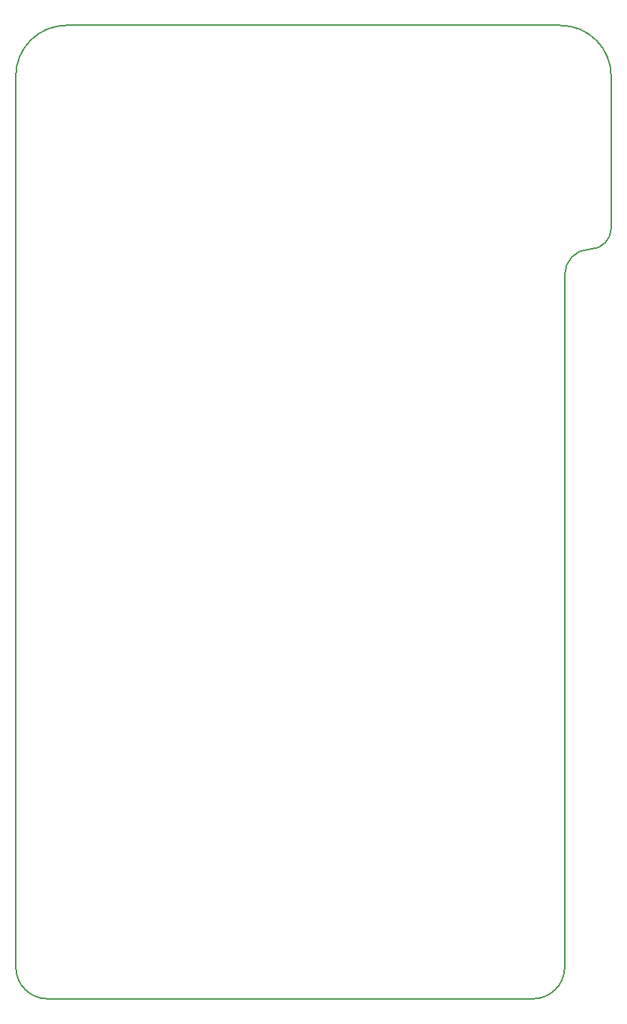
<source format=gm1>
G04 #@! TF.GenerationSoftware,KiCad,Pcbnew,9.0.3*
G04 #@! TF.CreationDate,2025-08-28T23:08:18-05:00*
G04 #@! TF.ProjectId,PiPhoneV0,50695068-6f6e-4655-9630-2e6b69636164,rev?*
G04 #@! TF.SameCoordinates,Original*
G04 #@! TF.FileFunction,Profile,NP*
%FSLAX46Y46*%
G04 Gerber Fmt 4.6, Leading zero omitted, Abs format (unit mm)*
G04 Created by KiCad (PCBNEW 9.0.3) date 2025-08-28 23:08:18*
%MOMM*%
%LPD*%
G01*
G04 APERTURE LIST*
G04 #@! TA.AperFunction,Profile*
%ADD10C,0.200000*%
G04 #@! TD*
G04 APERTURE END LIST*
D10*
X159500000Y-118500000D02*
G75*
G02*
X162500000Y-115500000I3000000J0D01*
G01*
X165000000Y-113000000D02*
X165000000Y-95000000D01*
X106000000Y-89000000D02*
X100492641Y-89000001D01*
X98250000Y-204250000D02*
G75*
G02*
X94500000Y-200500000I0J3750000D01*
G01*
X165000000Y-113000000D02*
G75*
G02*
X162500000Y-115500000I-2500000J0D01*
G01*
X94492641Y-94992641D02*
G75*
G02*
X100492641Y-88992641I5999999J1D01*
G01*
X159500000Y-124500000D02*
X159500000Y-200500000D01*
X159500000Y-124500000D02*
X159500000Y-118500000D01*
X94500000Y-200500000D02*
X94492641Y-94992641D01*
X106000000Y-89000000D02*
X159000000Y-89000000D01*
X159000000Y-89000000D02*
G75*
G02*
X165000000Y-95000000I0J-6000000D01*
G01*
X94500000Y-118500000D02*
X94500000Y-118500000D01*
X155750000Y-204250000D02*
X98250000Y-204250000D01*
X159500000Y-200500000D02*
G75*
G02*
X155750000Y-204250000I-3750000J0D01*
G01*
M02*

</source>
